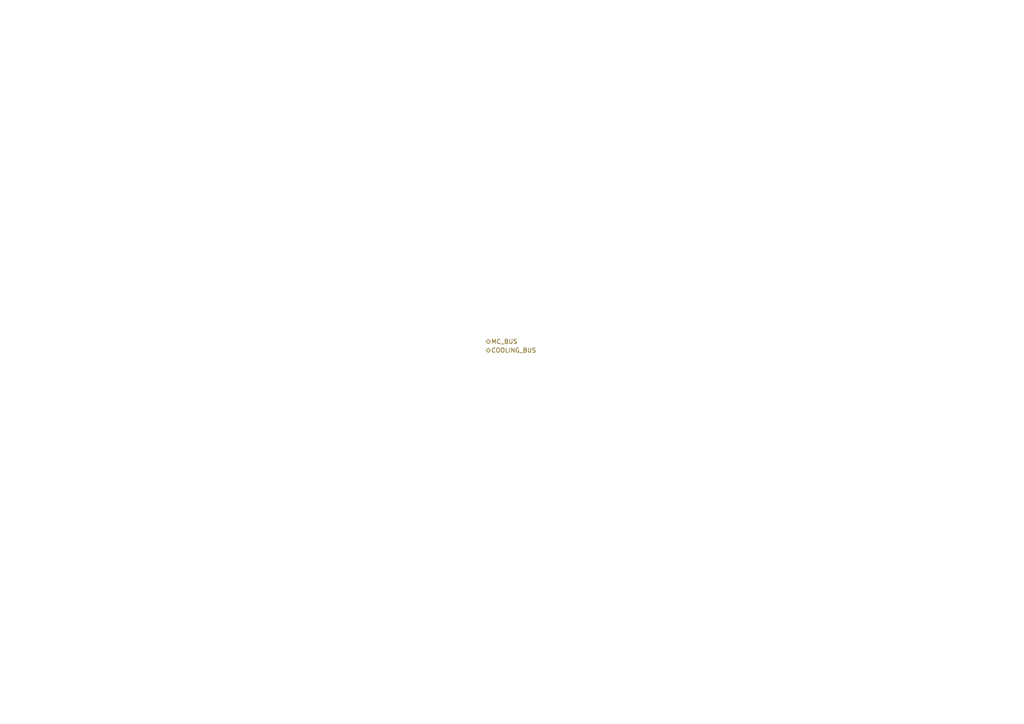
<source format=kicad_sch>
(kicad_sch (version 20211123) (generator eeschema)
  (paper "A4")
  (title_block (title "LV Subsystem interconnections") (date "2022-03-16") (rev "0.1") (company "Oxford University Racing") (comment 1 "Hugo Berg, Becky Hu, Lianfeng Shi") (comment 2 "Electronics team"))
  (lib_symbols)
  (hierarchical_label "MC_BUS" (shape tri_state) (at 140.97 99.06 0))
  (hierarchical_label "COOLING_BUS" (shape tri_state) (at 140.97 101.6 0))
)
</source>
